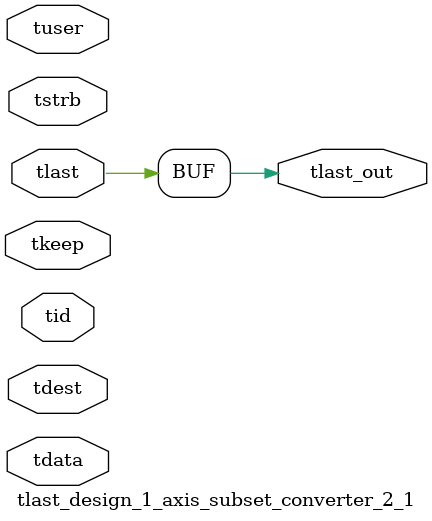
<source format=v>


`timescale 1ps/1ps

module tlast_design_1_axis_subset_converter_2_1 #
(
parameter C_S_AXIS_TID_WIDTH   = 1,
parameter C_S_AXIS_TUSER_WIDTH = 0,
parameter C_S_AXIS_TDATA_WIDTH = 0,
parameter C_S_AXIS_TDEST_WIDTH = 0
)
(
input  [(C_S_AXIS_TID_WIDTH   == 0 ? 1 : C_S_AXIS_TID_WIDTH)-1:0       ] tid,
input  [(C_S_AXIS_TDATA_WIDTH == 0 ? 1 : C_S_AXIS_TDATA_WIDTH)-1:0     ] tdata,
input  [(C_S_AXIS_TUSER_WIDTH == 0 ? 1 : C_S_AXIS_TUSER_WIDTH)-1:0     ] tuser,
input  [(C_S_AXIS_TDEST_WIDTH == 0 ? 1 : C_S_AXIS_TDEST_WIDTH)-1:0     ] tdest,
input  [(C_S_AXIS_TDATA_WIDTH/8)-1:0 ] tkeep,
input  [(C_S_AXIS_TDATA_WIDTH/8)-1:0 ] tstrb,
input  [0:0]                                                             tlast,
output                                                                   tlast_out
);

assign tlast_out = {tlast};

endmodule


</source>
